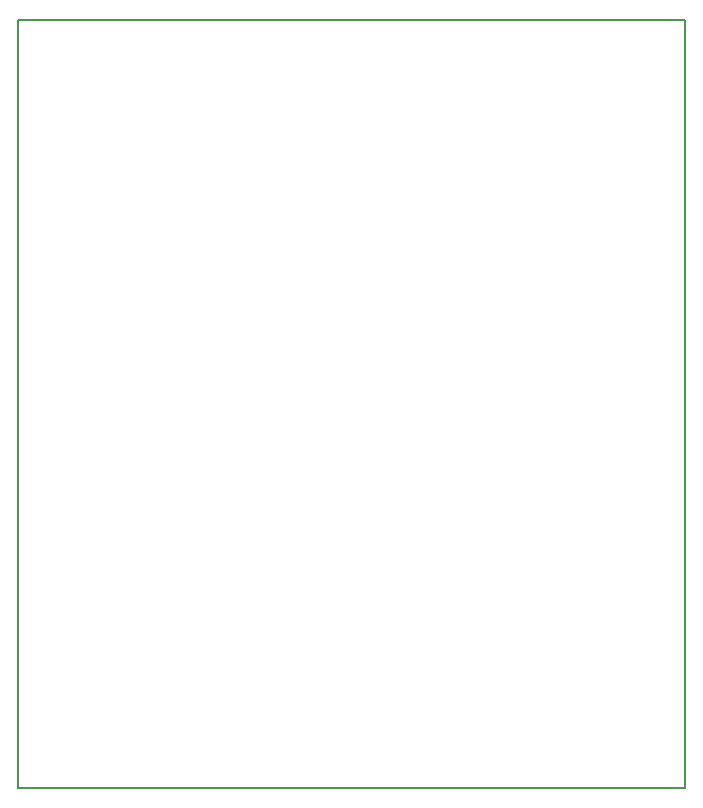
<source format=gm1>
G04 #@! TF.GenerationSoftware,KiCad,Pcbnew,7.0.10*
G04 #@! TF.CreationDate,2024-02-01T09:42:14+01:00*
G04 #@! TF.ProjectId,LoRa-APRS-Gateway-RPI-RA01,4c6f5261-2d41-4505-9253-2d4761746577,rev?*
G04 #@! TF.SameCoordinates,Original*
G04 #@! TF.FileFunction,Profile,NP*
%FSLAX46Y46*%
G04 Gerber Fmt 4.6, Leading zero omitted, Abs format (unit mm)*
G04 Created by KiCad (PCBNEW 7.0.10) date 2024-02-01 09:42:14*
%MOMM*%
%LPD*%
G01*
G04 APERTURE LIST*
G04 #@! TA.AperFunction,Profile*
%ADD10C,0.200000*%
G04 #@! TD*
G04 APERTURE END LIST*
D10*
X135950000Y-91191000D02*
X79450000Y-91191000D01*
X79450000Y-91191000D02*
X79450000Y-156191000D01*
X135950000Y-91191000D02*
X135950000Y-156191000D01*
X135950000Y-156191000D02*
X79450000Y-156191000D01*
M02*

</source>
